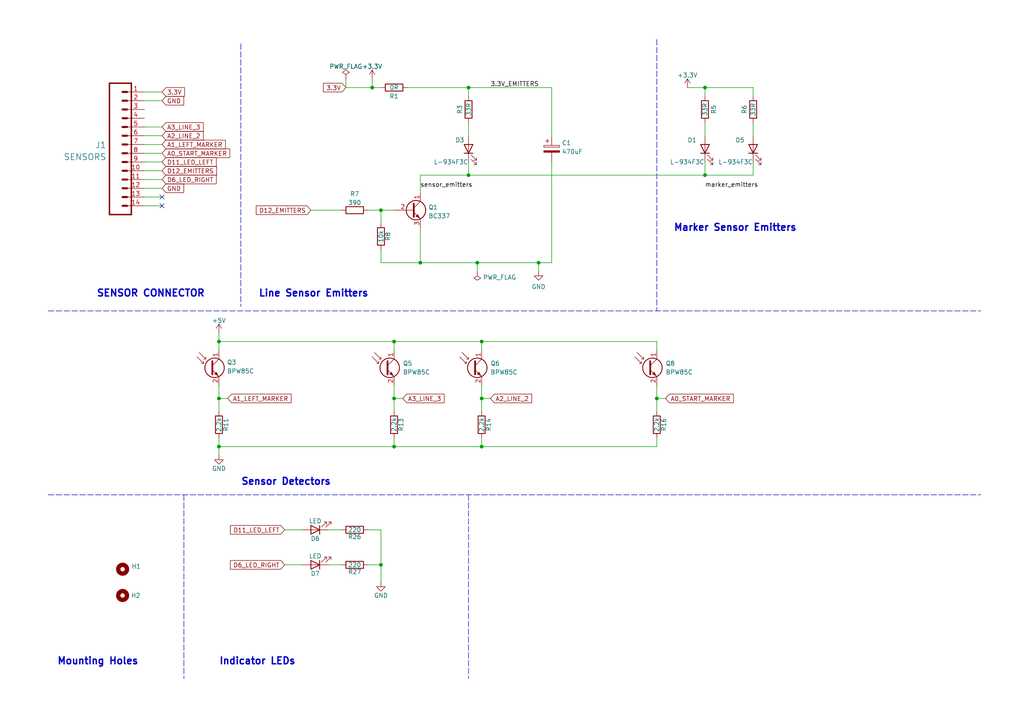
<source format=kicad_sch>
(kicad_sch (version 20231120) (generator "eeschema") (generator_version "8.0")
  (paper "A4")
  (title_block (title "UKMARSBOT Line Sensor Mini") (date "2022-08-22") (rev "1.0") (company "UKMARS") (comment 1 "Small line sensor for half size track"))
  (lib_symbols
    (symbol "Device:C_Polarized" (pin_numbers hide) (pin_names (offset 0.254))
      (property "Reference" "C" (at 0.635 2.54 0))
      (property "Value" "C_Polarized" (at 0.635 -2.54 0))
      (symbol "C_Polarized_0_1"
        (rectangle (start -2.286 0.508) (end 2.286 1.016))
        (polyline (pts (xy -1.778 2.286) (xy -0.762 2.286)))
        (polyline (pts (xy -1.27 2.794) (xy -1.27 1.778)))
        (rectangle (start 2.286 -0.508) (end -2.286 -1.016) (fill (type outline)))
      )
      (symbol "C_Polarized_1_1"
        (pin passive line (at 0 3.81 270) (length 2.794) (name "~") (number "1"))
        (pin passive line (at 0 -3.81 90) (length 2.794) (name "~") (number "2"))
      )
    )
    (symbol "Device:LED" (pin_numbers hide) (pin_names (offset 1.016) hide)
      (property "Reference" "D" (at 0 2.54 0))
      (property "Value" "LED" (at 0 -2.54 0))
      (symbol "LED_0_1"
        (polyline (pts (xy -1.27 -1.27) (xy -1.27 1.27)) (stroke (width 0.254)))
        (polyline (pts (xy -1.27 0) (xy 1.27 0)))
        (polyline (pts (xy 1.27 -1.27) (xy 1.27 1.27) (xy -1.27 0) (xy 1.27 -1.27)) (stroke (width 0.254)))
        (polyline (pts (xy -3.048 -0.762) (xy -4.572 -2.286) (xy -3.81 -2.286) (xy -4.572 -2.286) (xy -4.572 -1.524)))
        (polyline (pts (xy -1.778 -0.762) (xy -3.302 -2.286) (xy -2.54 -2.286) (xy -3.302 -2.286) (xy -3.302 -1.524)))
      )
      (symbol "LED_1_1"
        (pin passive line (at -3.81 0 0) (length 2.54) (name "K") (number "1"))
        (pin passive line (at 3.81 0 180) (length 2.54) (name "A") (number "2"))
      )
    )
    (symbol "Device:R" (pin_numbers hide) (pin_names (offset 0))
      (property "Reference" "R" (at 2.032 0 90))
      (property "Value" "R" (at 0 0 90))
      (symbol "R_0_1"
        (rectangle (start -1.016 -2.54) (end 1.016 2.54) (stroke (width 0.254)))
      )
      (symbol "R_1_1"
        (pin passive line (at 0 3.81 270) (length 1.27) (name "~") (number "1"))
        (pin passive line (at 0 -3.81 90) (length 1.27) (name "~") (number "2"))
      )
    )
    (symbol "Mechanical:MountingHole" (pin_names (offset 1.016))
      (property "Reference" "H" (at 0 5.08 0))
      (property "Value" "MountingHole" (at 0 3.175 0))
      (symbol "MountingHole_0_1"
        (circle (center 0 0) (radius 1.27) (stroke (width 1.27)))
      )
    )
    (symbol "power:+5V" (power) (pin_names (offset 0))
      (property "Value" "+5V" (at 0 3.556 0))
      (symbol "+5V_0_1"
        (polyline (pts (xy -0.762 1.27) (xy 0 2.54)))
        (polyline (pts (xy 0 0) (xy 0 2.54)))
        (polyline (pts (xy 0 2.54) (xy 0.762 1.27)))
      )
      (symbol "+5V_1_1"
        (pin power_in line (at 0 0 90) (length 0) hide (name "+5V") (number "1"))
      )
    )
    (symbol "power:GND" (power) (pin_names (offset 0))
      (property "Value" "GND" (at 0 -3.81 0))
      (symbol "GND_0_1"
        (polyline (pts (xy 0 0) (xy 0 -1.27) (xy 1.27 -1.27) (xy 0 -2.54) (xy -1.27 -1.27) (xy 0 -1.27)))
      )
      (symbol "GND_1_1"
        (pin power_in line (at 0 0 270) (length 0) hide (name "GND") (number "1"))
      )
    )
    (symbol "power:PWR_FLAG" (power) (pin_numbers hide) (pin_names (offset 0) hide)
      (property "Value" "PWR_FLAG" (at 0 3.81 0))
      (symbol "PWR_FLAG_0_0"
        (pin power_out line (at 0 0 90) (length 0) (name "pwr") (number "1"))
      )
      (symbol "PWR_FLAG_0_1"
        (polyline (pts (xy 0 0) (xy 0 1.27) (xy -1.016 1.905) (xy 0 2.54) (xy 1.016 1.905) (xy 0 1.27)))
      )
    )
    (symbol "ukmarsbot:BC337" (pin_names (offset 0) hide)
      (property "Reference" "Q" (at 5.08 1.905 0))
      (property "Value" "BC337" (at 5.08 0 0))
      (symbol "BC337_0_1"
        (polyline (pts (xy 0 0) (xy 0.635 0)))
        (polyline (pts (xy 0.635 0.635) (xy 2.54 2.54)))
        (polyline (pts (xy 0.635 -0.635) (xy 2.54 -2.54) (xy 2.54 -2.54)))
        (polyline (pts (xy 0.635 1.905) (xy 0.635 -1.905) (xy 0.635 -1.905)) (stroke (width 0.508)))
        (polyline (pts (xy 1.27 -1.778) (xy 1.778 -1.27) (xy 2.286 -2.286) (xy 1.27 -1.778) (xy 1.27 -1.778)) (fill (type outline)))
        (circle (center 1.27 0) (radius 2.8194) (stroke (width 0.254)))
      )
      (symbol "BC337_1_1"
        (pin passive line (at 2.54 5.08 270) (length 2.54) (name "C") (number "1"))
        (pin input line (at -5.08 0 0) (length 5.08) (name "B") (number "2"))
        (pin passive line (at 2.54 -5.08 90) (length 2.54) (name "E") (number "3"))
      )
    )
    (symbol "ukmarsbot:BPW85C" (pin_names (offset 0) hide)
      (property "Reference" "Q" (at 5.08 1.27 0))
      (property "Value" "BPW85C" (at 5.08 -1.27 0))
      (symbol "BPW85C_0_1"
        (polyline (pts (xy -1.905 1.27) (xy -2.54 1.27)))
        (polyline (pts (xy -1.27 2.54) (xy -1.905 2.54)))
        (polyline (pts (xy 0.635 0.635) (xy 2.54 2.54)))
        (polyline (pts (xy -3.81 3.175) (xy -1.905 1.27) (xy -1.905 1.905)))
        (polyline (pts (xy -3.175 4.445) (xy -1.27 2.54) (xy -1.27 3.175)))
        (polyline (pts (xy 0.635 -0.635) (xy 2.54 -2.54) (xy 2.54 -2.54)))
        (polyline (pts (xy 0.635 1.905) (xy 0.635 -1.905) (xy 0.635 -1.905)) (stroke (width 0.508)))
        (polyline (pts (xy 1.27 -1.778) (xy 1.778 -1.27) (xy 2.286 -2.286) (xy 1.27 -1.778) (xy 1.27 -1.778)) (fill (type outline)))
        (circle (center 1.27 0) (radius 2.8194) (stroke (width 0.254)))
      )
      (symbol "BPW85C_1_1"
        (pin passive line (at 2.54 5.08 270) (length 2.54) (name "C") (number "1"))
        (pin passive line (at 2.54 -5.08 90) (length 2.54) (name "E") (number "2"))
      )
    )
    (symbol "ukmarsbot:CONN_14LOCK_LONGPADS"
      (property "Reference" "J" (at 0 18.288 0))
      (property "Value" "CONN_14LOCK_LONGPADS" (at 0 -22.606 0))
      (symbol "CONN_14LOCK_LONGPADS_1_0"
        (polyline (pts (xy 0 17.78) (xy 0 -20.32)) (stroke (width 0.4064)))
        (polyline (pts (xy 0 17.78) (xy 6.35 17.78)) (stroke (width 0.4064)))
        (polyline (pts (xy 3.81 -17.78) (xy 5.08 -17.78)) (stroke (width 0.6096)))
        (polyline (pts (xy 3.81 -15.24) (xy 5.08 -15.24)) (stroke (width 0.6096)))
        (polyline (pts (xy 3.81 -12.7) (xy 5.08 -12.7)) (stroke (width 0.6096)))
        (polyline (pts (xy 3.81 -10.16) (xy 5.08 -10.16)) (stroke (width 0.6096)))
        (polyline (pts (xy 3.81 -7.62) (xy 5.08 -7.62)) (stroke (width 0.6096)))
        (polyline (pts (xy 3.81 -5.08) (xy 5.08 -5.08)) (stroke (width 0.6096)))
        (polyline (pts (xy 3.81 -2.54) (xy 5.08 -2.54)) (stroke (width 0.6096)))
        (polyline (pts (xy 3.81 0) (xy 5.08 0)) (stroke (width 0.6096)))
        (polyline (pts (xy 3.81 2.54) (xy 5.08 2.54)) (stroke (width 0.6096)))
        (polyline (pts (xy 3.81 5.08) (xy 5.08 5.08)) (stroke (width 0.6096)))
        (polyline (pts (xy 3.81 7.62) (xy 5.08 7.62)) (stroke (width 0.6096)))
        (polyline (pts (xy 3.81 10.16) (xy 5.08 10.16)) (stroke (width 0.6096)))
        (polyline (pts (xy 3.81 12.7) (xy 5.08 12.7)) (stroke (width 0.6096)))
        (polyline (pts (xy 3.81 15.24) (xy 5.08 15.24)) (stroke (width 0.6096)))
        (polyline (pts (xy 6.35 -20.32) (xy 0 -20.32)) (stroke (width 0.4064)))
        (polyline (pts (xy 6.35 -20.32) (xy 6.35 17.78)) (stroke (width 0.4064)))
        (pin passive line (at 10.16 -17.78 180) (length 5.08) (name "1") (number "1"))
        (pin passive line (at 10.16 5.08 180) (length 5.08) (name "10") (number "10"))
        (pin passive line (at 10.16 7.62 180) (length 5.08) (name "11") (number "11"))
        (pin passive line (at 10.16 10.16 180) (length 5.08) (name "12") (number "12"))
        (pin passive line (at 10.16 12.7 180) (length 5.08) (name "13") (number "13"))
        (pin passive line (at 10.16 15.24 180) (length 5.08) (name "14") (number "14"))
        (pin passive line (at 10.16 -15.24 180) (length 5.08) (name "2") (number "2"))
        (pin passive line (at 10.16 -12.7 180) (length 5.08) (name "3") (number "3"))
        (pin passive line (at 10.16 -10.16 180) (length 5.08) (name "4") (number "4"))
        (pin passive line (at 10.16 -7.62 180) (length 5.08) (name "5") (number "5"))
        (pin passive line (at 10.16 -5.08 180) (length 5.08) (name "6") (number "6"))
        (pin passive line (at 10.16 -2.54 180) (length 5.08) (name "7") (number "7"))
        (pin passive line (at 10.16 0 180) (length 5.08) (name "8") (number "8"))
        (pin passive line (at 10.16 2.54 180) (length 5.08) (name "9") (number "9"))
      )
    )
  )
  (junction (at 110.49 60.96))
  (junction (at 139.7 115.57))
  (junction (at 204.47 25.4))
  (junction (at 107.95 25.4))
  (junction (at 63.5 129.54))
  (junction (at 139.7 99.06))
  (junction (at 138.43 76.2))
  (junction (at 156.21 76.2))
  (junction (at 135.89 50.8))
  (junction (at 114.3 129.54))
  (junction (at 114.3 115.57))
  (junction (at 63.5 115.57))
  (junction (at 139.7 129.54))
  (junction (at 114.3 99.06))
  (junction (at 110.49 163.83))
  (junction (at 121.92 76.2))
  (junction (at 63.5 99.06))
  (junction (at 190.5 115.57))
  (junction (at 135.89 25.4))
  (junction (at 204.47 50.8))
  (no_connect (at 46.99 57.15))
  (no_connect (at 46.99 59.69))
  (wire (pts (xy 41.91 41.91) (xy 46.99 41.91)))
  (wire (pts (xy 190.5 115.57) (xy 190.5 119.38)))
  (wire (pts (xy 63.5 115.57) (xy 63.5 119.38)))
  (wire (pts (xy 114.3 127) (xy 114.3 129.54)))
  (wire (pts (xy 218.44 50.8) (xy 204.47 50.8)))
  (wire (pts (xy 41.91 54.61) (xy 46.99 54.61)))
  (wire (pts (xy 121.92 50.8) (xy 121.92 55.88)))
  (wire (pts (xy 190.5 115.57) (xy 193.04 115.57)))
  (polyline (pts (xy 190.5 11.43) (xy 190.5 90.17)) (stroke (width 0) (type dash)))
  (wire (pts (xy 100.33 25.4) (xy 107.95 25.4)))
  (wire (pts (xy 138.43 78.74) (xy 138.43 76.2)))
  (wire (pts (xy 135.89 25.4) (xy 160.02 25.4)))
  (wire (pts (xy 41.91 59.69) (xy 46.99 59.69)))
  (polyline (pts (xy 13.97 143.51) (xy 284.48 143.51)) (stroke (width 0) (type dash)))
  (wire (pts (xy 106.68 153.67) (xy 110.49 153.67)))
  (wire (pts (xy 100.33 22.86) (xy 100.33 25.4)))
  (wire (pts (xy 139.7 99.06) (xy 190.5 99.06)))
  (wire (pts (xy 190.5 101.6) (xy 190.5 99.06)))
  (wire (pts (xy 63.5 129.54) (xy 63.5 132.08)))
  (wire (pts (xy 110.49 153.67) (xy 110.49 163.83)))
  (wire (pts (xy 41.91 26.67) (xy 46.99 26.67)))
  (wire (pts (xy 82.55 153.67) (xy 87.63 153.67)))
  (polyline (pts (xy 13.97 90.17) (xy 284.48 90.17)) (stroke (width 0) (type dash)))
  (wire (pts (xy 139.7 129.54) (xy 139.7 127)))
  (wire (pts (xy 190.5 111.76) (xy 190.5 115.57)))
  (wire (pts (xy 138.43 76.2) (xy 156.21 76.2)))
  (polyline (pts (xy 69.85 12.7) (xy 69.85 88.9)) (stroke (width 0) (type dash)))
  (polyline (pts (xy 53.34 143.51) (xy 53.34 196.85)) (stroke (width 0) (type dash)))
  (wire (pts (xy 139.7 115.57) (xy 142.24 115.57)))
  (wire (pts (xy 156.21 76.2) (xy 156.21 78.74)))
  (wire (pts (xy 204.47 25.4) (xy 199.39 25.4)))
  (wire (pts (xy 160.02 39.37) (xy 160.02 25.4)))
  (wire (pts (xy 63.5 111.76) (xy 63.5 115.57)))
  (wire (pts (xy 160.02 46.99) (xy 160.02 76.2)))
  (wire (pts (xy 110.49 76.2) (xy 121.92 76.2)))
  (wire (pts (xy 139.7 115.57) (xy 139.7 119.38)))
  (wire (pts (xy 139.7 111.76) (xy 139.7 115.57)))
  (wire (pts (xy 63.5 129.54) (xy 114.3 129.54)))
  (wire (pts (xy 121.92 66.04) (xy 121.92 76.2)))
  (wire (pts (xy 114.3 115.57) (xy 114.3 119.38)))
  (wire (pts (xy 114.3 99.06) (xy 139.7 99.06)))
  (wire (pts (xy 204.47 46.99) (xy 204.47 50.8)))
  (wire (pts (xy 218.44 46.99) (xy 218.44 50.8)))
  (wire (pts (xy 135.89 46.99) (xy 135.89 50.8)))
  (wire (pts (xy 135.89 50.8) (xy 121.92 50.8)))
  (wire (pts (xy 110.49 60.96) (xy 110.49 64.77)))
  (wire (pts (xy 139.7 101.6) (xy 139.7 99.06)))
  (wire (pts (xy 63.5 99.06) (xy 114.3 99.06)))
  (wire (pts (xy 118.11 25.4) (xy 135.89 25.4)))
  (wire (pts (xy 41.91 46.99) (xy 46.99 46.99)))
  (wire (pts (xy 106.68 163.83) (xy 110.49 163.83)))
  (wire (pts (xy 135.89 50.8) (xy 204.47 50.8)))
  (polyline (pts (xy 135.89 143.51) (xy 135.89 196.85)) (stroke (width 0) (type dash)))
  (wire (pts (xy 110.49 163.83) (xy 110.49 168.91)))
  (wire (pts (xy 110.49 60.96) (xy 114.3 60.96)))
  (wire (pts (xy 41.91 44.45) (xy 46.99 44.45)))
  (wire (pts (xy 139.7 129.54) (xy 190.5 129.54)))
  (wire (pts (xy 218.44 25.4) (xy 204.47 25.4)))
  (wire (pts (xy 90.17 60.96) (xy 99.06 60.96)))
  (wire (pts (xy 63.5 127) (xy 63.5 129.54)))
  (wire (pts (xy 41.91 29.21) (xy 46.99 29.21)))
  (wire (pts (xy 204.47 25.4) (xy 204.47 27.94)))
  (wire (pts (xy 218.44 25.4) (xy 218.44 27.94)))
  (wire (pts (xy 190.5 129.54) (xy 190.5 127)))
  (wire (pts (xy 63.5 99.06) (xy 63.5 101.6)))
  (wire (pts (xy 114.3 111.76) (xy 114.3 115.57)))
  (wire (pts (xy 63.5 115.57) (xy 66.04 115.57)))
  (wire (pts (xy 204.47 35.56) (xy 204.47 39.37)))
  (wire (pts (xy 82.55 163.83) (xy 87.63 163.83)))
  (wire (pts (xy 135.89 35.56) (xy 135.89 39.37)))
  (wire (pts (xy 41.91 52.07) (xy 46.99 52.07)))
  (wire (pts (xy 114.3 99.06) (xy 114.3 101.6)))
  (wire (pts (xy 121.92 76.2) (xy 138.43 76.2)))
  (wire (pts (xy 156.21 76.2) (xy 160.02 76.2)))
  (wire (pts (xy 63.5 96.52) (xy 63.5 99.06)))
  (wire (pts (xy 41.91 36.83) (xy 46.99 36.83)))
  (wire (pts (xy 41.91 49.53) (xy 46.99 49.53)))
  (wire (pts (xy 106.68 60.96) (xy 110.49 60.96)))
  (wire (pts (xy 110.49 72.39) (xy 110.49 76.2)))
  (wire (pts (xy 107.95 25.4) (xy 110.49 25.4)))
  (wire (pts (xy 114.3 129.54) (xy 139.7 129.54)))
  (wire (pts (xy 114.3 115.57) (xy 116.84 115.57)))
  (wire (pts (xy 135.89 25.4) (xy 135.89 27.94)))
  (wire (pts (xy 95.25 153.67) (xy 99.06 153.67)))
  (wire (pts (xy 218.44 35.56) (xy 218.44 39.37)))
  (wire (pts (xy 41.91 39.37) (xy 46.99 39.37)))
  (wire (pts (xy 95.25 163.83) (xy 99.06 163.83)))
  (wire (pts (xy 41.91 57.15) (xy 46.99 57.15)))
  (wire (pts (xy 107.95 22.86) (xy 107.95 25.4)))
  (text "Marker Sensor Emitters" (at 195.326 67.31 0) (effects (font (size 2 2) (thickness 0.4) (bold yes)) (justify left bottom)))
  (text "Sensor Detectors" (at 69.85 140.97 0) (effects (font (size 2 2) (thickness 0.4) (bold yes)) (justify left bottom)))
  (text "Line Sensor Emitters" (at 74.93 86.36 0) (effects (font (size 2 2) (thickness 0.4) (bold yes)) (justify left bottom)))
  (text "Mounting Holes" (at 16.51 193.04 0) (effects (font (size 2 2) (thickness 0.4) (bold yes)) (justify left bottom)))
  (text "Indicator LEDs" (at 63.5 193.04 0) (effects (font (size 2 2) (thickness 0.4) (bold yes)) (justify left bottom)))
  (text "SENSOR CONNECTOR" (at 27.94 86.36 0) (effects (font (size 2 2) (thickness 0.4) (bold yes)) (justify left bottom)))
  (label "3.3V_EMITTERS" (at 142.24 25.4 0))
  (label "sensor_emitters" (at 121.92 54.61 0))
  (label "marker_emitters" (at 204.47 54.61 0))
  (global_label "D6_LED_RIGHT" (shape input) (at 82.55 163.83 180) (property "Intersheetrefs" "${INTERSHEET_REFS}" (effects (hide yes))))
  (global_label "A2_LINE_2" (shape input) (at 142.24 115.57 0) (property "Intersheetrefs" "${INTERSHEET_REFS}" (effects (hide yes))))
  (global_label "A3_LINE_3" (shape input) (at 116.84 115.57 0) (property "Intersheetrefs" "${INTERSHEET_REFS}" (effects (hide yes))))
  (global_label "3.3V" (shape input) (at 100.33 25.4 180) (property "Intersheetrefs" "${INTERSHEET_REFS}" (effects (hide yes))))
  (global_label "D11_LED_LEFT" (shape input) (at 82.55 153.67 180) (property "Intersheetrefs" "${INTERSHEET_REFS}" (effects (hide yes))))
  (global_label "3.3V" (shape input) (at 46.99 26.67 0) (property "Intersheetrefs" "${INTERSHEET_REFS}" (effects (hide yes))))
  (global_label "GND" (shape input) (at 46.99 54.61 0) (property "Intersheetrefs" "${INTERSHEET_REFS}" (effects (hide yes))))
  (global_label "A0_START_MARKER" (shape input) (at 193.04 115.57 0) (property "Intersheetrefs" "${INTERSHEET_REFS}" (effects (hide yes))))
  (global_label "D11_LED_LEFT" (shape input) (at 46.99 46.99 0) (property "Intersheetrefs" "${INTERSHEET_REFS}" (effects (hide yes))))
  (global_label "A0_START_MARKER" (shape input) (at 46.99 44.45 0) (property "Intersheetrefs" "${INTERSHEET_REFS}" (effects (hide yes))))
  (global_label "GND" (shape input) (at 46.99 29.21 0) (property "Intersheetrefs" "${INTERSHEET_REFS}" (effects (hide yes))))
  (global_label "D12_EMITTERS" (shape input) (at 90.17 60.96 180) (property "Intersheetrefs" "${INTERSHEET_REFS}" (effects (hide yes))))
  (global_label "D12_EMITTERS" (shape input) (at 46.99 49.53 0) (property "Intersheetrefs" "${INTERSHEET_REFS}" (effects (hide yes))))
  (global_label "D6_LED_RIGHT" (shape input) (at 46.99 52.07 0) (property "Intersheetrefs" "${INTERSHEET_REFS}" (effects (hide yes))))
  (global_label "A1_LEFT_MARKER" (shape input) (at 46.99 41.91 0) (property "Intersheetrefs" "${INTERSHEET_REFS}" (effects (hide yes))))
  (global_label "A1_LEFT_MARKER" (shape input) (at 66.04 115.57 0) (property "Intersheetrefs" "${INTERSHEET_REFS}" (effects (hide yes))))
  (global_label "A3_LINE_3" (shape input) (at 46.99 36.83 0) (property "Intersheetrefs" "${INTERSHEET_REFS}" (effects (hide yes))))
  (global_label "A2_LINE_2" (shape input) (at 46.99 39.37 0) (property "Intersheetrefs" "${INTERSHEET_REFS}" (effects (hide yes))))
  (symbol (lib_id "Device:R") (at 114.3 123.19 0) (unit 1)
    (property "Reference" "R13" (at 116.332 123.19 90))
    (property "Value" "2.2k" (at 114.3 123.19 90))
    (property "Footprint" "Resistor_THT:R_Axial_DIN0207_L6.3mm_D2.5mm_P7.62mm_Horizontal" (effects (hide yes)))
    (property "Package" "¼ Watt, 0.3\"" (effects (hide yes)))
    (property "Note" "¼W or ⅛W, 5% or 10%, carbon or metal film" (effects (hide yes)))
  )
  (symbol (lib_id "Device:LED") (at 91.44 153.67 180) (unit 1)
    (property "Reference" "D6" (at 91.44 156.21 0))
    (property "Value" "LED" (at 91.44 151.13 0))
    (property "Footprint" "LED_THT:LED_D3.0mm" (effects (hide yes)))
    (property "Package" "T-1 (3mm)" (effects (hide yes)))
    (property "Note" "3mm Indicator LED" (effects (hide yes)))
  )
  (symbol (lib_id "power:GND") (at 110.49 168.91 0) (unit 1)
    (property "Reference" "#PWR05" (effects (hide yes)))
    (property "Value" "GND" (at 110.49 172.72 0))
  )
  (symbol (lib_id "Device:C_Polarized") (at 160.02 43.18 0) (unit 1)
    (property "Reference" "C1" (at 162.941 41.4563 0) (effects (justify left)))
    (property "Value" "470uF" (at 162.941 43.9932 0) (effects (justify left)))
    (property "Footprint" "Capacitor_THT:CP_Radial_D10.0mm_P2.50mm_P5.00mm" (effects (hide yes)))
    (property "Package" "Axial Lead, 0.1\" or 0.2\"" (effects (hide yes)))
    (property "Note" "16V, 10mm Dia. Electrolytic" (effects (hide yes)))
  )
  (symbol (lib_id "Device:R") (at 102.87 153.67 270) (unit 1)
    (property "Reference" "R26" (at 102.87 155.702 90))
    (property "Value" "220" (at 102.87 153.67 90))
    (property "Footprint" "Resistor_THT:R_Axial_DIN0207_L6.3mm_D2.5mm_P7.62mm_Horizontal" (effects (hide yes)))
    (property "Package" "¼ Watt, 0.3\"" (effects (hide yes)))
    (property "Note" "¼W or ⅛W, 5% or 10%, carbon or metal film" (effects (hide yes)))
  )
  (symbol (lib_id "ukmarsbot:BC337") (at 119.38 60.96 0) (unit 1)
    (property "Reference" "Q1" (at 124.2314 60.1253 0) (effects (justify left)))
    (property "Value" "BC337" (at 124.2314 62.6622 0) (effects (justify left)))
    (property "Footprint" "ukmarsbot:TO-92_Inline_Wide_HandSolder" (effects (hide yes)))
    (property "Datasheet" "https://www.onsemi.com/pdf/datasheet/bc337-d.pdf" (effects (hide yes)))
    (property "Package" "TO92" (effects (hide yes)))
    (property "Note" "0.8A NPN or FET" (effects (hide yes)))
  )
  (symbol (lib_id "Device:LED") (at 135.89 43.18 90) (unit 1)
    (property "Reference" "D3" (at 133.35 40.64 90))
    (property "Value" "L-934F3C" (at 130.81 46.99 90))
    (property "Footprint" "LED_THT:LED_D3.0mm" (effects (hide yes)))
    (property "Datasheet" "https://www.farnell.com/datasheets/1683588.pdf" (effects (hide yes)))
    (property "Package" "T-1 (3mm)" (effects (hide yes)))
    (property "Note" "IR or visible sensor emitter" (effects (hide yes)))
  )
  (symbol (lib_id "ukmarsbot:BPW85C") (at 137.16 106.68 0) (unit 1)
    (property "Reference" "Q6" (at 142.24 105.41 0) (effects (justify left)))
    (property "Value" "BPW85C" (at 142.24 107.95 0) (effects (justify left)))
    (property "Footprint" "ukmarsbot:Phototransistor_3mm_Vertical_Clear" (effects (hide yes)))
    (property "Datasheet" "https://www.vishay.com/docs/81531/bpw85a.pdf" (effects (hide yes)))
    (property "Package" "T-1 (3mm)" (effects (hide yes)))
    (property "Note" "Must be matched to emitters" (effects (hide yes)))
  )
  (symbol (lib_id "power:PWR_FLAG") (at 138.43 78.74 180) (unit 1)
    (property "Reference" "#FLG02" (effects (hide yes)))
    (property "Value" "PWR_FLAG" (at 140.081 80.4438 0) (effects (justify right)))
  )
  (symbol (lib_id "Device:R") (at 63.5 123.19 0) (unit 1)
    (property "Reference" "R11" (at 65.532 123.19 90))
    (property "Value" "2.2k" (at 63.5 123.19 90))
    (property "Footprint" "Resistor_THT:R_Axial_DIN0207_L6.3mm_D2.5mm_P7.62mm_Horizontal" (effects (hide yes)))
    (property "Package" "¼ Watt, 0.3\"" (effects (hide yes)))
    (property "Note" "¼W or ⅛W, 5% or 10%, carbon or metal film" (effects (hide yes)))
  )
  (symbol (lib_id "Device:R") (at 114.3 25.4 90) (unit 1)
    (property "Reference" "R1" (at 114.3 27.94 90))
    (property "Value" "0R" (at 114.3 25.4 90))
    (property "Footprint" "Resistor_THT:R_Axial_DIN0207_L6.3mm_D2.5mm_P7.62mm_Horizontal" (effects (hide yes)))
    (property "Package" "¼ Watt, 0.3\"" (effects (hide yes)))
    (property "Note" "¼W or ⅛W, 5% or 10%, carbon or metal film " (effects (hide yes)))
  )
  (symbol (lib_id "Device:R") (at 204.47 31.75 180) (unit 1)
    (property "Reference" "R5" (at 207.01 31.75 90))
    (property "Value" "33R" (at 204.47 31.75 90))
    (property "Footprint" "Resistor_THT:R_Axial_DIN0207_L6.3mm_D2.5mm_P7.62mm_Horizontal" (effects (hide yes)))
    (property "Package" "¼ Watt, 0.3\"" (effects (hide yes)))
    (property "Note" "¼W or ⅛W, 5% or 10%, carbon or metal film" (effects (hide yes)))
  )
  (symbol (lib_id "power:PWR_FLAG") (at 100.33 22.86 0) (unit 1)
    (property "Reference" "#FLG01" (effects (hide yes)))
    (property "Value" "PWR_FLAG" (at 100.33 19.2842 0))
  )
  (symbol (lib_id "power:+5V") (at 107.95 22.86 0) (unit 1)
    (property "Reference" "#PWR01" (effects (hide yes)))
    (property "Value" "+3.3V" (at 107.95 19.2842 0))
  )
  (symbol (lib_id "ukmarsbot:CONN_14LOCK_LONGPADS") (at 31.75 44.45 0) (mirror x) (unit 1)
    (property "Reference" "J1" (at 30.9119 42.0623 0) (effects (font (size 1.778 1.778)) (justify right)))
    (property "Value" "SENSORS" (at 30.9119 45.5123 0) (effects (font (size 1.778 1.778)) (justify right)))
    (property "Footprint" "ukmarsbot:PinHeader_1x14_P2.54mm_Vertical" (effects (hide yes)))
    (property "Package" "14 pin 0.1\" header" (effects (hide yes)))
    (property "Note" "Pin Header, socket on sensor board" (effects (hide yes)))
  )
  (symbol (lib_id "power:+5V") (at 63.5 96.52 0) (unit 1)
    (property "Reference" "#PWR03" (effects (hide yes)))
    (property "Value" "+5V" (at 63.5 92.964 0))
  )
  (symbol (lib_id "Mechanical:MountingHole") (at 35.56 172.72 0) (unit 1) (in_bom no)
    (property "Reference" "H2" (at 39.37 172.72 0))
    (property "Value" "MountingHole" (effects (hide yes)))
    (property "Footprint" "MountingHole:MountingHole_3.2mm_M3" (effects (hide yes)))
    (property "Package" "M3 clearance, 3.2mm" (effects (hide yes)))
  )
  (symbol (lib_id "Device:R") (at 135.89 31.75 180) (unit 1)
    (property "Reference" "R3" (at 133.35 31.75 90))
    (property "Value" "33R" (at 135.89 31.75 90))
    (property "Footprint" "Resistor_THT:R_Axial_DIN0207_L6.3mm_D2.5mm_P7.62mm_Horizontal" (effects (hide yes)))
    (property "Package" "¼ Watt, 0.3\"" (effects (hide yes)))
    (property "Note" "¼W or ⅛W, 5% or 10%, carbon or metal film" (effects (hide yes)))
  )
  (symbol (lib_id "Device:R") (at 218.44 31.75 180) (unit 1)
    (property "Reference" "R6" (at 215.9 31.75 90))
    (property "Value" "33R" (at 218.44 31.75 90))
    (property "Footprint" "Resistor_THT:R_Axial_DIN0207_L6.3mm_D2.5mm_P7.62mm_Horizontal" (effects (hide yes)))
    (property "Package" "¼ Watt, 0.3\"" (effects (hide yes)))
    (property "Note" "¼W or ⅛W, 5% or 10%, carbon or metal film" (effects (hide yes)))
  )
  (symbol (lib_id "Device:R") (at 102.87 163.83 270) (unit 1)
    (property "Reference" "R27" (at 102.87 165.862 90))
    (property "Value" "220" (at 102.87 163.83 90))
    (property "Footprint" "Resistor_THT:R_Axial_DIN0207_L6.3mm_D2.5mm_P7.62mm_Horizontal" (effects (hide yes)))
    (property "Package" "¼ Watt, 0.3\"" (effects (hide yes)))
    (property "Note" "¼W or ⅛W, 5% or 10%, carbon or metal film" (effects (hide yes)))
  )
  (symbol (lib_id "power:+5V") (at 199.39 25.4 0) (unit 1)
    (property "Reference" "#PWR0101" (effects (hide yes)))
    (property "Value" "+3.3V" (at 199.39 21.8242 0))
  )
  (symbol (lib_id "Device:LED") (at 218.44 43.18 90) (unit 1)
    (property "Reference" "D5" (at 214.63 40.64 90))
    (property "Value" "L-934F3C" (at 213.36 46.99 90))
    (property "Footprint" "LED_THT:LED_D3.0mm" (effects (hide yes)))
    (property "Datasheet" "https://www.farnell.com/datasheets/1683588.pdf" (effects (hide yes)))
    (property "Package" "T-1 (3mm)" (effects (hide yes)))
    (property "Note" "IR or visible sensor emitter" (effects (hide yes)))
  )
  (symbol (lib_id "ukmarsbot:BPW85C") (at 60.96 106.68 0) (unit 1)
    (property "Reference" "Q3" (at 65.8114 105.096 0) (effects (justify left)))
    (property "Value" "BPW85C" (at 65.8114 107.6329 0) (effects (justify left)))
    (property "Footprint" "ukmarsbot:Phototransistor_3mm_Vertical_Clear" (effects (hide yes)))
    (property "Datasheet" "https://www.vishay.com/docs/81531/bpw85a.pdf" (effects (hide yes)))
    (property "Package" "T-1 (3mm)" (effects (hide yes)))
    (property "Note" "Must be matched to emitters" (effects (hide yes)))
  )
  (symbol (lib_id "Mechanical:MountingHole") (at 35.56 165.1 0) (unit 1) (in_bom no)
    (property "Reference" "H1" (at 38.1 164.2653 0) (effects (justify left)))
    (property "Value" "MountingHole" (effects (hide yes)))
    (property "Footprint" "MountingHole:MountingHole_3.2mm_M3" (effects (hide yes)))
    (property "Package" "M3 clearance, 3.2mm" (effects (hide yes)))
  )
  (symbol (lib_id "Device:R") (at 102.87 60.96 270) (unit 1)
    (property "Reference" "R7" (at 102.87 56.2442 90))
    (property "Value" "390" (at 102.87 58.7811 90))
    (property "Footprint" "Resistor_THT:R_Axial_DIN0207_L6.3mm_D2.5mm_P7.62mm_Horizontal" (effects (hide yes)))
    (property "Package" "¼ Watt, 0.3\"" (effects (hide yes)))
    (property "Note" "¼W or ⅛W, 5% or 10%, carbon or metal film" (effects (hide yes)))
  )
  (symbol (lib_id "Device:R") (at 110.49 68.58 0) (unit 1)
    (property "Reference" "R8" (at 112.522 68.58 90))
    (property "Value" "10k" (at 110.49 68.58 90))
    (property "Footprint" "Resistor_THT:R_Axial_DIN0207_L6.3mm_D2.5mm_P7.62mm_Horizontal" (effects (hide yes)))
    (property "Package" "¼ Watt, 0.3\"" (effects (hide yes)))
    (property "Note" "¼W or ⅛W, 5% or 10%, carbon or metal film" (effects (hide yes)))
  )
  (symbol (lib_id "power:GND") (at 63.5 132.08 0) (unit 1)
    (property "Reference" "#PWR04" (effects (hide yes)))
    (property "Value" "GND" (at 63.5 135.89 0))
  )
  (symbol (lib_id "ukmarsbot:BPW85C") (at 111.76 106.68 0) (unit 1)
    (property "Reference" "Q5" (at 116.84 105.41 0) (effects (justify left)))
    (property "Value" "BPW85C" (at 116.84 107.95 0) (effects (justify left)))
    (property "Footprint" "ukmarsbot:Phototransistor_3mm_Vertical_Clear" (effects (hide yes)))
    (property "Datasheet" "https://www.vishay.com/docs/81531/bpw85a.pdf" (effects (hide yes)))
    (property "Package" "T-1 (3mm)" (effects (hide yes)))
    (property "Note" "Must be matched to emitters" (effects (hide yes)))
  )
  (symbol (lib_id "Device:R") (at 139.7 123.19 0) (unit 1)
    (property "Reference" "R14" (at 141.732 123.19 90))
    (property "Value" "2.2k" (at 139.7 123.19 90))
    (property "Footprint" "Resistor_THT:R_Axial_DIN0207_L6.3mm_D2.5mm_P7.62mm_Horizontal" (effects (hide yes)))
    (property "Package" "¼ Watt, 0.3\"" (effects (hide yes)))
    (property "Note" "¼W or ⅛W, 5% or 10%, carbon or metal film" (effects (hide yes)))
  )
  (symbol (lib_id "Device:LED") (at 91.44 163.83 180) (unit 1)
    (property "Reference" "D7" (at 91.44 166.37 0))
    (property "Value" "LED" (at 91.44 161.29 0))
    (property "Footprint" "LED_THT:LED_D3.0mm" (effects (hide yes)))
    (property "Package" "T-1 (3mm)" (effects (hide yes)))
    (property "Note" "3mm Indicator LED" (effects (hide yes)))
  )
  (symbol (lib_id "ukmarsbot:BPW85C") (at 187.96 106.68 0) (unit 1)
    (property "Reference" "Q8" (at 193.04 105.41 0) (effects (justify left)))
    (property "Value" "BPW85C" (at 193.04 107.95 0) (effects (justify left)))
    (property "Footprint" "ukmarsbot:Phototransistor_3mm_Vertical_Clear" (effects (hide yes)))
    (property "Datasheet" "https://www.vishay.com/docs/81531/bpw85a.pdf" (effects (hide yes)))
    (property "Package" "T-1 (3mm)" (effects (hide yes)))
    (property "Note" "Must be matched to emitters" (effects (hide yes)))
  )
  (symbol (lib_id "power:GND") (at 156.21 78.74 0) (unit 1)
    (property "Reference" "#PWR02" (effects (hide yes)))
    (property "Value" "GND" (at 156.21 83.1834 0))
  )
  (symbol (lib_id "Device:LED") (at 204.47 43.18 90) (unit 1)
    (property "Reference" "D1" (at 199.39 40.64 90) (effects (justify right)))
    (property "Value" "L-934F3C" (at 194.31 46.99 90) (effects (justify right)))
    (property "Footprint" "LED_THT:LED_D3.0mm" (effects (hide yes)))
    (property "Datasheet" "https://www.farnell.com/datasheets/1683588.pdf" (effects (hide yes)))
    (property "Package" "T-1 (3mm)" (effects (hide yes)))
    (property "Note" "IR or visible sensor emitter" (effects (hide yes)))
  )
  (symbol (lib_id "Device:R") (at 190.5 123.19 0) (unit 1)
    (property "Reference" "R16" (at 192.532 123.19 90))
    (property "Value" "2.2k" (at 190.5 123.19 90))
    (property "Footprint" "Resistor_THT:R_Axial_DIN0207_L6.3mm_D2.5mm_P7.62mm_Horizontal" (effects (hide yes)))
    (property "Package" "¼ Watt, 0.3\"" (effects (hide yes)))
    (property "Note" "¼W or ⅛W, 5% or 10%, carbon or metal film" (effects (hide yes)))
  )
)
</source>
